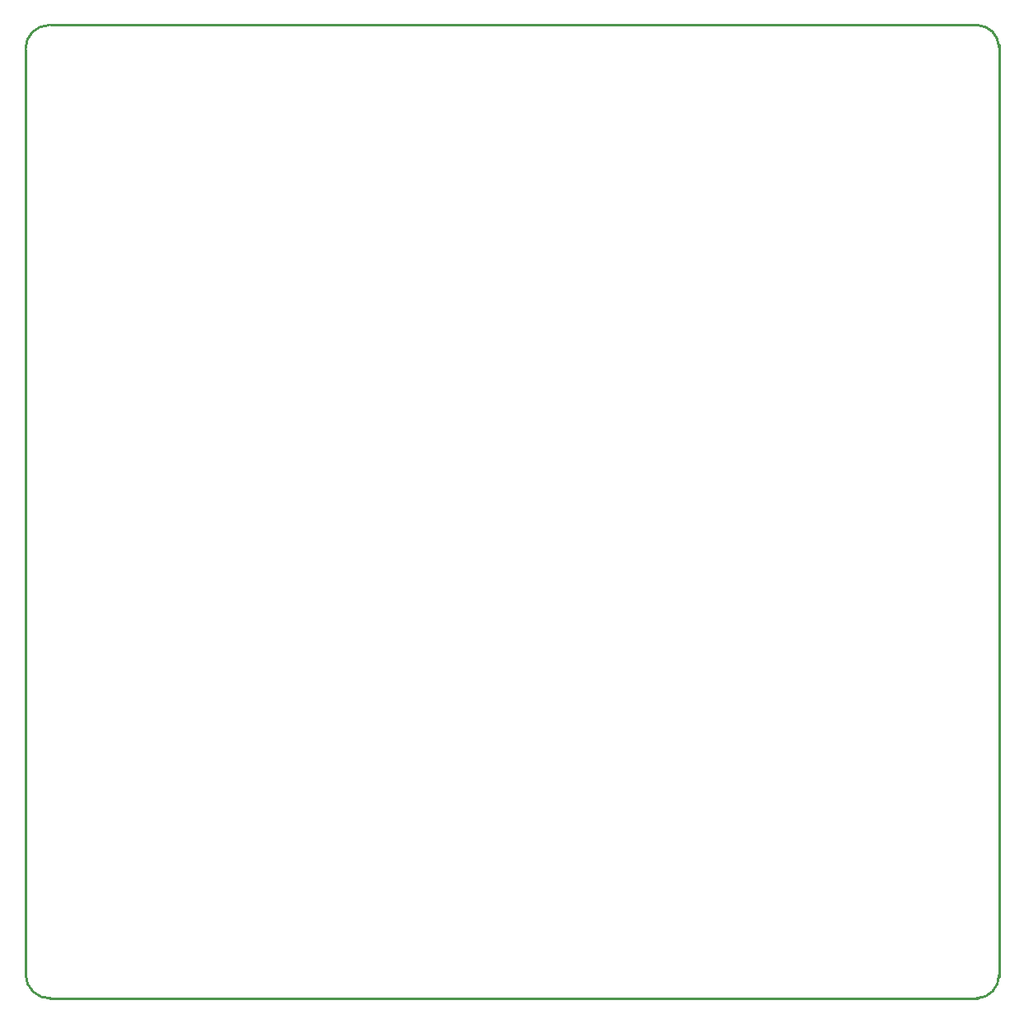
<source format=gm1>
G04*
G04 #@! TF.GenerationSoftware,Altium Limited,Altium Designer,20.0.2 (26)*
G04*
G04 Layer_Color=16711935*
%FSLAX25Y25*%
%MOIN*%
G70*
G01*
G75*
%ADD11C,0.01000*%
D11*
X167500Y484000D02*
G03*
X158000Y474500I0J-9500D01*
G01*
X158000Y100000D02*
G03*
X168000Y90500I9750J250D01*
G01*
X542500D02*
G03*
X551500Y100000I-250J9250D01*
G01*
Y475000D02*
G03*
X542500Y484000I-9000J0D01*
G01*
X158000Y100250D02*
Y474000D01*
X168000Y484000D02*
X542500D01*
X167750Y90500D02*
X543000D01*
X551500Y99000D02*
Y476000D01*
M02*

</source>
